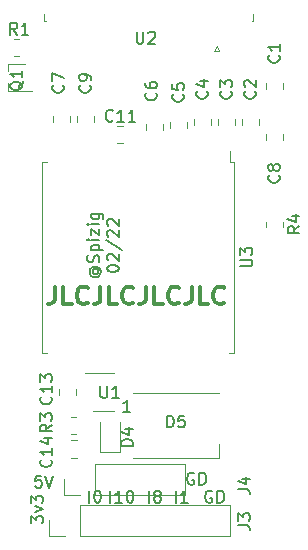
<source format=gbr>
%TF.GenerationSoftware,KiCad,Pcbnew,(5.1.10)-1*%
%TF.CreationDate,2022-01-07T18:41:24+01:00*%
%TF.ProjectId,M5StampC3,4d355374-616d-4704-9333-2e6b69636164,rev?*%
%TF.SameCoordinates,Original*%
%TF.FileFunction,Legend,Top*%
%TF.FilePolarity,Positive*%
%FSLAX46Y46*%
G04 Gerber Fmt 4.6, Leading zero omitted, Abs format (unit mm)*
G04 Created by KiCad (PCBNEW (5.1.10)-1) date 2022-01-07 18:41:25*
%MOMM*%
%LPD*%
G01*
G04 APERTURE LIST*
%ADD10C,0.300000*%
%ADD11C,0.150000*%
%ADD12C,0.120000*%
G04 APERTURE END LIST*
D10*
X118547428Y-63694571D02*
X118547428Y-64766000D01*
X118476000Y-64980285D01*
X118333142Y-65123142D01*
X118118857Y-65194571D01*
X117976000Y-65194571D01*
X119976000Y-65194571D02*
X119261714Y-65194571D01*
X119261714Y-63694571D01*
X121333142Y-65051714D02*
X121261714Y-65123142D01*
X121047428Y-65194571D01*
X120904571Y-65194571D01*
X120690285Y-65123142D01*
X120547428Y-64980285D01*
X120476000Y-64837428D01*
X120404571Y-64551714D01*
X120404571Y-64337428D01*
X120476000Y-64051714D01*
X120547428Y-63908857D01*
X120690285Y-63766000D01*
X120904571Y-63694571D01*
X121047428Y-63694571D01*
X121261714Y-63766000D01*
X121333142Y-63837428D01*
X122404571Y-63694571D02*
X122404571Y-64766000D01*
X122333142Y-64980285D01*
X122190285Y-65123142D01*
X121976000Y-65194571D01*
X121833142Y-65194571D01*
X123833142Y-65194571D02*
X123118857Y-65194571D01*
X123118857Y-63694571D01*
X125190285Y-65051714D02*
X125118857Y-65123142D01*
X124904571Y-65194571D01*
X124761714Y-65194571D01*
X124547428Y-65123142D01*
X124404571Y-64980285D01*
X124333142Y-64837428D01*
X124261714Y-64551714D01*
X124261714Y-64337428D01*
X124333142Y-64051714D01*
X124404571Y-63908857D01*
X124547428Y-63766000D01*
X124761714Y-63694571D01*
X124904571Y-63694571D01*
X125118857Y-63766000D01*
X125190285Y-63837428D01*
X126261714Y-63694571D02*
X126261714Y-64766000D01*
X126190285Y-64980285D01*
X126047428Y-65123142D01*
X125833142Y-65194571D01*
X125690285Y-65194571D01*
X127690285Y-65194571D02*
X126976000Y-65194571D01*
X126976000Y-63694571D01*
X129047428Y-65051714D02*
X128976000Y-65123142D01*
X128761714Y-65194571D01*
X128618857Y-65194571D01*
X128404571Y-65123142D01*
X128261714Y-64980285D01*
X128190285Y-64837428D01*
X128118857Y-64551714D01*
X128118857Y-64337428D01*
X128190285Y-64051714D01*
X128261714Y-63908857D01*
X128404571Y-63766000D01*
X128618857Y-63694571D01*
X128761714Y-63694571D01*
X128976000Y-63766000D01*
X129047428Y-63837428D01*
X130118857Y-63694571D02*
X130118857Y-64766000D01*
X130047428Y-64980285D01*
X129904571Y-65123142D01*
X129690285Y-65194571D01*
X129547428Y-65194571D01*
X131547428Y-65194571D02*
X130833142Y-65194571D01*
X130833142Y-63694571D01*
X132904571Y-65051714D02*
X132833142Y-65123142D01*
X132618857Y-65194571D01*
X132476000Y-65194571D01*
X132261714Y-65123142D01*
X132118857Y-64980285D01*
X132047428Y-64837428D01*
X131976000Y-64551714D01*
X131976000Y-64337428D01*
X132047428Y-64051714D01*
X132118857Y-63908857D01*
X132261714Y-63766000D01*
X132476000Y-63694571D01*
X132618857Y-63694571D01*
X132833142Y-63766000D01*
X132904571Y-63837428D01*
D11*
X130317904Y-79510000D02*
X130222666Y-79462380D01*
X130079809Y-79462380D01*
X129936952Y-79510000D01*
X129841714Y-79605238D01*
X129794095Y-79700476D01*
X129746476Y-79890952D01*
X129746476Y-80033809D01*
X129794095Y-80224285D01*
X129841714Y-80319523D01*
X129936952Y-80414761D01*
X130079809Y-80462380D01*
X130175047Y-80462380D01*
X130317904Y-80414761D01*
X130365523Y-80367142D01*
X130365523Y-80033809D01*
X130175047Y-80033809D01*
X130794095Y-80462380D02*
X130794095Y-79462380D01*
X131032190Y-79462380D01*
X131175047Y-79510000D01*
X131270285Y-79605238D01*
X131317904Y-79700476D01*
X131365523Y-79890952D01*
X131365523Y-80033809D01*
X131317904Y-80224285D01*
X131270285Y-80319523D01*
X131175047Y-80414761D01*
X131032190Y-80462380D01*
X130794095Y-80462380D01*
X117411523Y-79716380D02*
X116935333Y-79716380D01*
X116887714Y-80192571D01*
X116935333Y-80144952D01*
X117030571Y-80097333D01*
X117268666Y-80097333D01*
X117363904Y-80144952D01*
X117411523Y-80192571D01*
X117459142Y-80287809D01*
X117459142Y-80525904D01*
X117411523Y-80621142D01*
X117363904Y-80668761D01*
X117268666Y-80716380D01*
X117030571Y-80716380D01*
X116935333Y-80668761D01*
X116887714Y-80621142D01*
X117744857Y-79716380D02*
X118078190Y-80716380D01*
X118411523Y-79716380D01*
X131841904Y-81034000D02*
X131746666Y-80986380D01*
X131603809Y-80986380D01*
X131460952Y-81034000D01*
X131365714Y-81129238D01*
X131318095Y-81224476D01*
X131270476Y-81414952D01*
X131270476Y-81557809D01*
X131318095Y-81748285D01*
X131365714Y-81843523D01*
X131460952Y-81938761D01*
X131603809Y-81986380D01*
X131699047Y-81986380D01*
X131841904Y-81938761D01*
X131889523Y-81891142D01*
X131889523Y-81557809D01*
X131699047Y-81557809D01*
X132318095Y-81986380D02*
X132318095Y-80986380D01*
X132556190Y-80986380D01*
X132699047Y-81034000D01*
X132794285Y-81129238D01*
X132841904Y-81224476D01*
X132889523Y-81414952D01*
X132889523Y-81557809D01*
X132841904Y-81748285D01*
X132794285Y-81843523D01*
X132699047Y-81938761D01*
X132556190Y-81986380D01*
X132318095Y-81986380D01*
X128809809Y-81986380D02*
X128809809Y-80986380D01*
X129809809Y-81986380D02*
X129238380Y-81986380D01*
X129524095Y-81986380D02*
X129524095Y-80986380D01*
X129428857Y-81129238D01*
X129333619Y-81224476D01*
X129238380Y-81272095D01*
X126523809Y-81986380D02*
X126523809Y-80986380D01*
X127142857Y-81414952D02*
X127047619Y-81367333D01*
X127000000Y-81319714D01*
X126952380Y-81224476D01*
X126952380Y-81176857D01*
X127000000Y-81081619D01*
X127047619Y-81034000D01*
X127142857Y-80986380D01*
X127333333Y-80986380D01*
X127428571Y-81034000D01*
X127476190Y-81081619D01*
X127523809Y-81176857D01*
X127523809Y-81224476D01*
X127476190Y-81319714D01*
X127428571Y-81367333D01*
X127333333Y-81414952D01*
X127142857Y-81414952D01*
X127047619Y-81462571D01*
X127000000Y-81510190D01*
X126952380Y-81605428D01*
X126952380Y-81795904D01*
X127000000Y-81891142D01*
X127047619Y-81938761D01*
X127142857Y-81986380D01*
X127333333Y-81986380D01*
X127428571Y-81938761D01*
X127476190Y-81891142D01*
X127523809Y-81795904D01*
X127523809Y-81605428D01*
X127476190Y-81510190D01*
X127428571Y-81462571D01*
X127333333Y-81414952D01*
X123253619Y-81986380D02*
X123253619Y-80986380D01*
X124253619Y-81986380D02*
X123682190Y-81986380D01*
X123967904Y-81986380D02*
X123967904Y-80986380D01*
X123872666Y-81129238D01*
X123777428Y-81224476D01*
X123682190Y-81272095D01*
X124872666Y-80986380D02*
X124967904Y-80986380D01*
X125063142Y-81034000D01*
X125110761Y-81081619D01*
X125158380Y-81176857D01*
X125206000Y-81367333D01*
X125206000Y-81605428D01*
X125158380Y-81795904D01*
X125110761Y-81891142D01*
X125063142Y-81938761D01*
X124967904Y-81986380D01*
X124872666Y-81986380D01*
X124777428Y-81938761D01*
X124729809Y-81891142D01*
X124682190Y-81795904D01*
X124634571Y-81605428D01*
X124634571Y-81367333D01*
X124682190Y-81176857D01*
X124729809Y-81081619D01*
X124777428Y-81034000D01*
X124872666Y-80986380D01*
X121443809Y-81986380D02*
X121443809Y-80986380D01*
X122110476Y-80986380D02*
X122205714Y-80986380D01*
X122300952Y-81034000D01*
X122348571Y-81081619D01*
X122396190Y-81176857D01*
X122443809Y-81367333D01*
X122443809Y-81605428D01*
X122396190Y-81795904D01*
X122348571Y-81891142D01*
X122300952Y-81938761D01*
X122205714Y-81986380D01*
X122110476Y-81986380D01*
X122015238Y-81938761D01*
X121967619Y-81891142D01*
X121920000Y-81795904D01*
X121872380Y-81605428D01*
X121872380Y-81367333D01*
X121920000Y-81176857D01*
X121967619Y-81081619D01*
X122015238Y-81034000D01*
X122110476Y-80986380D01*
X116546380Y-83740476D02*
X116546380Y-83121428D01*
X116927333Y-83454761D01*
X116927333Y-83311904D01*
X116974952Y-83216666D01*
X117022571Y-83169047D01*
X117117809Y-83121428D01*
X117355904Y-83121428D01*
X117451142Y-83169047D01*
X117498761Y-83216666D01*
X117546380Y-83311904D01*
X117546380Y-83597619D01*
X117498761Y-83692857D01*
X117451142Y-83740476D01*
X116879714Y-82788095D02*
X117546380Y-82550000D01*
X116879714Y-82311904D01*
X116546380Y-82026190D02*
X116546380Y-81407142D01*
X116927333Y-81740476D01*
X116927333Y-81597619D01*
X116974952Y-81502380D01*
X117022571Y-81454761D01*
X117117809Y-81407142D01*
X117355904Y-81407142D01*
X117451142Y-81454761D01*
X117498761Y-81502380D01*
X117546380Y-81597619D01*
X117546380Y-81883333D01*
X117498761Y-81978571D01*
X117451142Y-82026190D01*
X121833190Y-62245619D02*
X121785571Y-62293238D01*
X121737952Y-62388476D01*
X121737952Y-62483714D01*
X121785571Y-62578952D01*
X121833190Y-62626571D01*
X121928428Y-62674190D01*
X122023666Y-62674190D01*
X122118904Y-62626571D01*
X122166523Y-62578952D01*
X122214142Y-62483714D01*
X122214142Y-62388476D01*
X122166523Y-62293238D01*
X122118904Y-62245619D01*
X121737952Y-62245619D02*
X122118904Y-62245619D01*
X122166523Y-62198000D01*
X122166523Y-62150380D01*
X122118904Y-62055142D01*
X122023666Y-62007523D01*
X121785571Y-62007523D01*
X121642714Y-62102761D01*
X121547476Y-62245619D01*
X121499857Y-62436095D01*
X121547476Y-62626571D01*
X121642714Y-62769428D01*
X121785571Y-62864666D01*
X121976047Y-62912285D01*
X122166523Y-62864666D01*
X122309380Y-62769428D01*
X122404619Y-62626571D01*
X122452238Y-62436095D01*
X122404619Y-62245619D01*
X122309380Y-62102761D01*
X122261761Y-61626571D02*
X122309380Y-61483714D01*
X122309380Y-61245619D01*
X122261761Y-61150380D01*
X122214142Y-61102761D01*
X122118904Y-61055142D01*
X122023666Y-61055142D01*
X121928428Y-61102761D01*
X121880809Y-61150380D01*
X121833190Y-61245619D01*
X121785571Y-61436095D01*
X121737952Y-61531333D01*
X121690333Y-61578952D01*
X121595095Y-61626571D01*
X121499857Y-61626571D01*
X121404619Y-61578952D01*
X121357000Y-61531333D01*
X121309380Y-61436095D01*
X121309380Y-61198000D01*
X121357000Y-61055142D01*
X121642714Y-60626571D02*
X122642714Y-60626571D01*
X121690333Y-60626571D02*
X121642714Y-60531333D01*
X121642714Y-60340857D01*
X121690333Y-60245619D01*
X121737952Y-60198000D01*
X121833190Y-60150380D01*
X122118904Y-60150380D01*
X122214142Y-60198000D01*
X122261761Y-60245619D01*
X122309380Y-60340857D01*
X122309380Y-60531333D01*
X122261761Y-60626571D01*
X122309380Y-59721809D02*
X121642714Y-59721809D01*
X121309380Y-59721809D02*
X121357000Y-59769428D01*
X121404619Y-59721809D01*
X121357000Y-59674190D01*
X121309380Y-59721809D01*
X121404619Y-59721809D01*
X121642714Y-59340857D02*
X121642714Y-58817047D01*
X122309380Y-59340857D01*
X122309380Y-58817047D01*
X122309380Y-58436095D02*
X121642714Y-58436095D01*
X121309380Y-58436095D02*
X121357000Y-58483714D01*
X121404619Y-58436095D01*
X121357000Y-58388476D01*
X121309380Y-58436095D01*
X121404619Y-58436095D01*
X121642714Y-57531333D02*
X122452238Y-57531333D01*
X122547476Y-57578952D01*
X122595095Y-57626571D01*
X122642714Y-57721809D01*
X122642714Y-57864666D01*
X122595095Y-57959904D01*
X122261761Y-57531333D02*
X122309380Y-57626571D01*
X122309380Y-57817047D01*
X122261761Y-57912285D01*
X122214142Y-57959904D01*
X122118904Y-58007523D01*
X121833190Y-58007523D01*
X121737952Y-57959904D01*
X121690333Y-57912285D01*
X121642714Y-57817047D01*
X121642714Y-57626571D01*
X121690333Y-57531333D01*
X122959380Y-62198000D02*
X122959380Y-62102761D01*
X123007000Y-62007523D01*
X123054619Y-61959904D01*
X123149857Y-61912285D01*
X123340333Y-61864666D01*
X123578428Y-61864666D01*
X123768904Y-61912285D01*
X123864142Y-61959904D01*
X123911761Y-62007523D01*
X123959380Y-62102761D01*
X123959380Y-62198000D01*
X123911761Y-62293238D01*
X123864142Y-62340857D01*
X123768904Y-62388476D01*
X123578428Y-62436095D01*
X123340333Y-62436095D01*
X123149857Y-62388476D01*
X123054619Y-62340857D01*
X123007000Y-62293238D01*
X122959380Y-62198000D01*
X123054619Y-61483714D02*
X123007000Y-61436095D01*
X122959380Y-61340857D01*
X122959380Y-61102761D01*
X123007000Y-61007523D01*
X123054619Y-60959904D01*
X123149857Y-60912285D01*
X123245095Y-60912285D01*
X123387952Y-60959904D01*
X123959380Y-61531333D01*
X123959380Y-60912285D01*
X122911761Y-59769428D02*
X124197476Y-60626571D01*
X123054619Y-59483714D02*
X123007000Y-59436095D01*
X122959380Y-59340857D01*
X122959380Y-59102761D01*
X123007000Y-59007523D01*
X123054619Y-58959904D01*
X123149857Y-58912285D01*
X123245095Y-58912285D01*
X123387952Y-58959904D01*
X123959380Y-59531333D01*
X123959380Y-58912285D01*
X123054619Y-58531333D02*
X123007000Y-58483714D01*
X122959380Y-58388476D01*
X122959380Y-58150380D01*
X123007000Y-58055142D01*
X123054619Y-58007523D01*
X123149857Y-57959904D01*
X123245095Y-57959904D01*
X123387952Y-58007523D01*
X123959380Y-58578952D01*
X123959380Y-57959904D01*
D12*
%TO.C,D4*%
X122340000Y-77700000D02*
X122340000Y-75150000D01*
X124040000Y-77700000D02*
X124040000Y-75150000D01*
X122340000Y-77700000D02*
X124040000Y-77700000D01*
%TO.C,U3*%
X133700000Y-53114000D02*
X133700000Y-69314000D01*
X133700000Y-69314000D02*
X133300000Y-69314000D01*
X117900000Y-53114000D02*
X117500000Y-53114000D01*
X117500000Y-53114000D02*
X117500000Y-69314000D01*
X117500000Y-69314000D02*
X117900000Y-69314000D01*
X133700000Y-53114000D02*
X133350000Y-53114000D01*
X133350000Y-53114000D02*
X133350000Y-52214000D01*
%TO.C,R4*%
X136425000Y-58192936D02*
X136425000Y-58647064D01*
X137895000Y-58192936D02*
X137895000Y-58647064D01*
%TO.C,D5*%
X125128000Y-72688000D02*
X132428000Y-72688000D01*
X125128000Y-78188000D02*
X132428000Y-78188000D01*
X132428000Y-78188000D02*
X132428000Y-77038000D01*
%TO.C,J4*%
X129600000Y-81340000D02*
X129600000Y-78680000D01*
X121920000Y-81340000D02*
X129600000Y-81340000D01*
X121920000Y-78680000D02*
X129600000Y-78680000D01*
X121920000Y-81340000D02*
X121920000Y-78680000D01*
X120650000Y-81340000D02*
X119320000Y-81340000D01*
X119320000Y-81340000D02*
X119320000Y-80010000D01*
%TO.C,U1*%
X121782000Y-74254000D02*
X123582000Y-74254000D01*
X123582000Y-71034000D02*
X121132000Y-71034000D01*
%TO.C,R3*%
X119914936Y-74745000D02*
X120369064Y-74745000D01*
X119914936Y-76215000D02*
X120369064Y-76215000D01*
%TO.C,C14*%
X120403252Y-78185000D02*
X119880748Y-78185000D01*
X120403252Y-76715000D02*
X119880748Y-76715000D01*
%TO.C,C13*%
X120369000Y-72382748D02*
X120369000Y-72905252D01*
X118899000Y-72382748D02*
X118899000Y-72905252D01*
%TO.C,J3*%
X118050000Y-84830000D02*
X118050000Y-83500000D01*
X119380000Y-84830000D02*
X118050000Y-84830000D01*
X120650000Y-84830000D02*
X120650000Y-82170000D01*
X120650000Y-82170000D02*
X133410000Y-82170000D01*
X120650000Y-84830000D02*
X133410000Y-84830000D01*
X133410000Y-84830000D02*
X133410000Y-82170000D01*
%TO.C,U2*%
X135207000Y-41180000D02*
X135317000Y-41180000D01*
X135317000Y-41180000D02*
X135317000Y-40580000D01*
X117777000Y-41180000D02*
X117667000Y-41180000D01*
X117667000Y-41180000D02*
X117667000Y-40580000D01*
X132442000Y-43770000D02*
X132242000Y-43370000D01*
X132242000Y-43370000D02*
X132042000Y-43770000D01*
X132042000Y-43770000D02*
X132442000Y-43770000D01*
%TO.C,Q1*%
X114586000Y-45474000D02*
X114586000Y-44814000D01*
X114586000Y-47134000D02*
X114586000Y-46474000D01*
X114586000Y-47134000D02*
X116616000Y-47134000D01*
X115996000Y-44814000D02*
X114586000Y-44814000D01*
%TO.C,R1*%
X115088936Y-42699000D02*
X115543064Y-42699000D01*
X115088936Y-44169000D02*
X115543064Y-44169000D01*
%TO.C,C9*%
X120423000Y-49791252D02*
X120423000Y-49268748D01*
X121893000Y-49791252D02*
X121893000Y-49268748D01*
%TO.C,C6*%
X126265000Y-50441252D02*
X126265000Y-49918748D01*
X127735000Y-50441252D02*
X127735000Y-49918748D01*
%TO.C,C4*%
X130329000Y-50045252D02*
X130329000Y-49522748D01*
X131799000Y-50045252D02*
X131799000Y-49522748D01*
%TO.C,C2*%
X134393000Y-50045252D02*
X134393000Y-49522748D01*
X135863000Y-50045252D02*
X135863000Y-49522748D01*
%TO.C,C7*%
X118391000Y-49791252D02*
X118391000Y-49268748D01*
X119861000Y-49791252D02*
X119861000Y-49268748D01*
%TO.C,C8*%
X137895000Y-50792748D02*
X137895000Y-51315252D01*
X136425000Y-50792748D02*
X136425000Y-51315252D01*
%TO.C,C11*%
X123838748Y-50065000D02*
X124361252Y-50065000D01*
X123838748Y-51535000D02*
X124361252Y-51535000D01*
%TO.C,C5*%
X129767000Y-50299252D02*
X129767000Y-49776748D01*
X128297000Y-50299252D02*
X128297000Y-49776748D01*
%TO.C,C3*%
X132361000Y-50045252D02*
X132361000Y-49522748D01*
X133831000Y-50045252D02*
X133831000Y-49522748D01*
%TO.C,C1*%
X136425000Y-46997252D02*
X136425000Y-46474748D01*
X137895000Y-46997252D02*
X137895000Y-46474748D01*
%TO.C,D4*%
D11*
X125166380Y-77192095D02*
X124166380Y-77192095D01*
X124166380Y-76954000D01*
X124214000Y-76811142D01*
X124309238Y-76715904D01*
X124404476Y-76668285D01*
X124594952Y-76620666D01*
X124737809Y-76620666D01*
X124928285Y-76668285D01*
X125023523Y-76715904D01*
X125118761Y-76811142D01*
X125166380Y-76954000D01*
X125166380Y-77192095D01*
X124499714Y-75763523D02*
X125166380Y-75763523D01*
X124118761Y-76001619D02*
X124833047Y-76239714D01*
X124833047Y-75620666D01*
%TO.C,U3*%
X134252380Y-61975904D02*
X135061904Y-61975904D01*
X135157142Y-61928285D01*
X135204761Y-61880666D01*
X135252380Y-61785428D01*
X135252380Y-61594952D01*
X135204761Y-61499714D01*
X135157142Y-61452095D01*
X135061904Y-61404476D01*
X134252380Y-61404476D01*
X134252380Y-61023523D02*
X134252380Y-60404476D01*
X134633333Y-60737809D01*
X134633333Y-60594952D01*
X134680952Y-60499714D01*
X134728571Y-60452095D01*
X134823809Y-60404476D01*
X135061904Y-60404476D01*
X135157142Y-60452095D01*
X135204761Y-60499714D01*
X135252380Y-60594952D01*
X135252380Y-60880666D01*
X135204761Y-60975904D01*
X135157142Y-61023523D01*
%TO.C,R4*%
X139262380Y-58586666D02*
X138786190Y-58920000D01*
X139262380Y-59158095D02*
X138262380Y-59158095D01*
X138262380Y-58777142D01*
X138310000Y-58681904D01*
X138357619Y-58634285D01*
X138452857Y-58586666D01*
X138595714Y-58586666D01*
X138690952Y-58634285D01*
X138738571Y-58681904D01*
X138786190Y-58777142D01*
X138786190Y-59158095D01*
X138595714Y-57729523D02*
X139262380Y-57729523D01*
X138214761Y-57967619D02*
X138929047Y-58205714D01*
X138929047Y-57586666D01*
%TO.C,D5*%
X128039904Y-75620379D02*
X128039904Y-74620379D01*
X128278000Y-74620379D01*
X128420857Y-74667999D01*
X128516095Y-74763237D01*
X128563714Y-74858475D01*
X128611333Y-75048951D01*
X128611333Y-75191808D01*
X128563714Y-75382284D01*
X128516095Y-75477522D01*
X128420857Y-75572760D01*
X128278000Y-75620379D01*
X128039904Y-75620379D01*
X129516095Y-74620379D02*
X129039904Y-74620379D01*
X128992285Y-75096570D01*
X129039904Y-75048951D01*
X129135142Y-75001332D01*
X129373238Y-75001332D01*
X129468476Y-75048951D01*
X129516095Y-75096570D01*
X129563714Y-75191808D01*
X129563714Y-75429903D01*
X129516095Y-75525141D01*
X129468476Y-75572760D01*
X129373238Y-75620379D01*
X129135142Y-75620379D01*
X129039904Y-75572760D01*
X128992285Y-75525141D01*
X124913714Y-74290380D02*
X124342285Y-74290380D01*
X124628000Y-74290380D02*
X124628000Y-73290380D01*
X124532761Y-73433238D01*
X124437523Y-73528476D01*
X124342285Y-73576095D01*
%TO.C,J4*%
X134072380Y-80851333D02*
X134786666Y-80851333D01*
X134929523Y-80898952D01*
X135024761Y-80994190D01*
X135072380Y-81137047D01*
X135072380Y-81232285D01*
X134405714Y-79946571D02*
X135072380Y-79946571D01*
X134024761Y-80184666D02*
X134739047Y-80422761D01*
X134739047Y-79803714D01*
%TO.C,U1*%
X122408095Y-72116380D02*
X122408095Y-72925904D01*
X122455714Y-73021142D01*
X122503333Y-73068761D01*
X122598571Y-73116380D01*
X122789047Y-73116380D01*
X122884285Y-73068761D01*
X122931904Y-73021142D01*
X122979523Y-72925904D01*
X122979523Y-72116380D01*
X123979523Y-73116380D02*
X123408095Y-73116380D01*
X123693809Y-73116380D02*
X123693809Y-72116380D01*
X123598571Y-72259238D01*
X123503333Y-72354476D01*
X123408095Y-72402095D01*
%TO.C,R3*%
X118308380Y-75392666D02*
X117832190Y-75726000D01*
X118308380Y-75964095D02*
X117308380Y-75964095D01*
X117308380Y-75583142D01*
X117356000Y-75487904D01*
X117403619Y-75440285D01*
X117498857Y-75392666D01*
X117641714Y-75392666D01*
X117736952Y-75440285D01*
X117784571Y-75487904D01*
X117832190Y-75583142D01*
X117832190Y-75964095D01*
X117308380Y-75059333D02*
X117308380Y-74440285D01*
X117689333Y-74773619D01*
X117689333Y-74630761D01*
X117736952Y-74535523D01*
X117784571Y-74487904D01*
X117879809Y-74440285D01*
X118117904Y-74440285D01*
X118213142Y-74487904D01*
X118260761Y-74535523D01*
X118308380Y-74630761D01*
X118308380Y-74916476D01*
X118260761Y-75011714D01*
X118213142Y-75059333D01*
%TO.C,C14*%
X118213142Y-78346857D02*
X118260761Y-78394476D01*
X118308380Y-78537333D01*
X118308380Y-78632571D01*
X118260761Y-78775428D01*
X118165523Y-78870666D01*
X118070285Y-78918285D01*
X117879809Y-78965904D01*
X117736952Y-78965904D01*
X117546476Y-78918285D01*
X117451238Y-78870666D01*
X117356000Y-78775428D01*
X117308380Y-78632571D01*
X117308380Y-78537333D01*
X117356000Y-78394476D01*
X117403619Y-78346857D01*
X118308380Y-77394476D02*
X118308380Y-77965904D01*
X118308380Y-77680190D02*
X117308380Y-77680190D01*
X117451238Y-77775428D01*
X117546476Y-77870666D01*
X117594095Y-77965904D01*
X117641714Y-76537333D02*
X118308380Y-76537333D01*
X117260761Y-76775428D02*
X117975047Y-77013523D01*
X117975047Y-76394476D01*
%TO.C,C13*%
X118213142Y-73032857D02*
X118260761Y-73080476D01*
X118308380Y-73223333D01*
X118308380Y-73318571D01*
X118260761Y-73461428D01*
X118165523Y-73556666D01*
X118070285Y-73604285D01*
X117879809Y-73651904D01*
X117736952Y-73651904D01*
X117546476Y-73604285D01*
X117451238Y-73556666D01*
X117356000Y-73461428D01*
X117308380Y-73318571D01*
X117308380Y-73223333D01*
X117356000Y-73080476D01*
X117403619Y-73032857D01*
X118308380Y-72080476D02*
X118308380Y-72651904D01*
X118308380Y-72366190D02*
X117308380Y-72366190D01*
X117451238Y-72461428D01*
X117546476Y-72556666D01*
X117594095Y-72651904D01*
X117308380Y-71747142D02*
X117308380Y-71128095D01*
X117689333Y-71461428D01*
X117689333Y-71318571D01*
X117736952Y-71223333D01*
X117784571Y-71175714D01*
X117879809Y-71128095D01*
X118117904Y-71128095D01*
X118213142Y-71175714D01*
X118260761Y-71223333D01*
X118308380Y-71318571D01*
X118308380Y-71604285D01*
X118260761Y-71699523D01*
X118213142Y-71747142D01*
%TO.C,J3*%
X134072380Y-83899333D02*
X134786666Y-83899333D01*
X134929523Y-83946952D01*
X135024761Y-84042190D01*
X135072380Y-84185047D01*
X135072380Y-84280285D01*
X134072380Y-83518380D02*
X134072380Y-82899333D01*
X134453333Y-83232666D01*
X134453333Y-83089809D01*
X134500952Y-82994571D01*
X134548571Y-82946952D01*
X134643809Y-82899333D01*
X134881904Y-82899333D01*
X134977142Y-82946952D01*
X135024761Y-82994571D01*
X135072380Y-83089809D01*
X135072380Y-83375523D01*
X135024761Y-83470761D01*
X134977142Y-83518380D01*
%TO.C,U2*%
X125476095Y-42124380D02*
X125476095Y-42933904D01*
X125523714Y-43029142D01*
X125571333Y-43076761D01*
X125666571Y-43124380D01*
X125857047Y-43124380D01*
X125952285Y-43076761D01*
X125999904Y-43029142D01*
X126047523Y-42933904D01*
X126047523Y-42124380D01*
X126476095Y-42219619D02*
X126523714Y-42172000D01*
X126618952Y-42124380D01*
X126857047Y-42124380D01*
X126952285Y-42172000D01*
X126999904Y-42219619D01*
X127047523Y-42314857D01*
X127047523Y-42410095D01*
X126999904Y-42552952D01*
X126428476Y-43124380D01*
X127047523Y-43124380D01*
%TO.C,Q1*%
X115863619Y-46323238D02*
X115816000Y-46418476D01*
X115720761Y-46513714D01*
X115577904Y-46656571D01*
X115530285Y-46751809D01*
X115530285Y-46847047D01*
X115768380Y-46799428D02*
X115720761Y-46894666D01*
X115625523Y-46989904D01*
X115435047Y-47037523D01*
X115101714Y-47037523D01*
X114911238Y-46989904D01*
X114816000Y-46894666D01*
X114768380Y-46799428D01*
X114768380Y-46608952D01*
X114816000Y-46513714D01*
X114911238Y-46418476D01*
X115101714Y-46370857D01*
X115435047Y-46370857D01*
X115625523Y-46418476D01*
X115720761Y-46513714D01*
X115768380Y-46608952D01*
X115768380Y-46799428D01*
X115768380Y-45418476D02*
X115768380Y-45989904D01*
X115768380Y-45704190D02*
X114768380Y-45704190D01*
X114911238Y-45799428D01*
X115006476Y-45894666D01*
X115054095Y-45989904D01*
%TO.C,R1*%
X115363333Y-42362380D02*
X115030000Y-41886190D01*
X114791904Y-42362380D02*
X114791904Y-41362380D01*
X115172857Y-41362380D01*
X115268095Y-41410000D01*
X115315714Y-41457619D01*
X115363333Y-41552857D01*
X115363333Y-41695714D01*
X115315714Y-41790952D01*
X115268095Y-41838571D01*
X115172857Y-41886190D01*
X114791904Y-41886190D01*
X116315714Y-42362380D02*
X115744285Y-42362380D01*
X116030000Y-42362380D02*
X116030000Y-41362380D01*
X115934761Y-41505238D01*
X115839523Y-41600476D01*
X115744285Y-41648095D01*
%TO.C,C9*%
X121515142Y-46648666D02*
X121562761Y-46696285D01*
X121610380Y-46839142D01*
X121610380Y-46934380D01*
X121562761Y-47077238D01*
X121467523Y-47172476D01*
X121372285Y-47220095D01*
X121181809Y-47267714D01*
X121038952Y-47267714D01*
X120848476Y-47220095D01*
X120753238Y-47172476D01*
X120658000Y-47077238D01*
X120610380Y-46934380D01*
X120610380Y-46839142D01*
X120658000Y-46696285D01*
X120705619Y-46648666D01*
X121610380Y-46172476D02*
X121610380Y-45982000D01*
X121562761Y-45886761D01*
X121515142Y-45839142D01*
X121372285Y-45743904D01*
X121181809Y-45696285D01*
X120800857Y-45696285D01*
X120705619Y-45743904D01*
X120658000Y-45791523D01*
X120610380Y-45886761D01*
X120610380Y-46077238D01*
X120658000Y-46172476D01*
X120705619Y-46220095D01*
X120800857Y-46267714D01*
X121038952Y-46267714D01*
X121134190Y-46220095D01*
X121181809Y-46172476D01*
X121229428Y-46077238D01*
X121229428Y-45886761D01*
X121181809Y-45791523D01*
X121134190Y-45743904D01*
X121038952Y-45696285D01*
%TO.C,C6*%
X127103142Y-47298666D02*
X127150761Y-47346285D01*
X127198380Y-47489142D01*
X127198380Y-47584380D01*
X127150761Y-47727238D01*
X127055523Y-47822476D01*
X126960285Y-47870095D01*
X126769809Y-47917714D01*
X126626952Y-47917714D01*
X126436476Y-47870095D01*
X126341238Y-47822476D01*
X126246000Y-47727238D01*
X126198380Y-47584380D01*
X126198380Y-47489142D01*
X126246000Y-47346285D01*
X126293619Y-47298666D01*
X126198380Y-46441523D02*
X126198380Y-46632000D01*
X126246000Y-46727238D01*
X126293619Y-46774857D01*
X126436476Y-46870095D01*
X126626952Y-46917714D01*
X127007904Y-46917714D01*
X127103142Y-46870095D01*
X127150761Y-46822476D01*
X127198380Y-46727238D01*
X127198380Y-46536761D01*
X127150761Y-46441523D01*
X127103142Y-46393904D01*
X127007904Y-46346285D01*
X126769809Y-46346285D01*
X126674571Y-46393904D01*
X126626952Y-46441523D01*
X126579333Y-46536761D01*
X126579333Y-46727238D01*
X126626952Y-46822476D01*
X126674571Y-46870095D01*
X126769809Y-46917714D01*
%TO.C,C4*%
X131421142Y-47156666D02*
X131468761Y-47204285D01*
X131516380Y-47347142D01*
X131516380Y-47442380D01*
X131468761Y-47585238D01*
X131373523Y-47680476D01*
X131278285Y-47728095D01*
X131087809Y-47775714D01*
X130944952Y-47775714D01*
X130754476Y-47728095D01*
X130659238Y-47680476D01*
X130564000Y-47585238D01*
X130516380Y-47442380D01*
X130516380Y-47347142D01*
X130564000Y-47204285D01*
X130611619Y-47156666D01*
X130849714Y-46299523D02*
X131516380Y-46299523D01*
X130468761Y-46537619D02*
X131183047Y-46775714D01*
X131183047Y-46156666D01*
%TO.C,C2*%
X135485142Y-47156666D02*
X135532761Y-47204285D01*
X135580380Y-47347142D01*
X135580380Y-47442380D01*
X135532761Y-47585238D01*
X135437523Y-47680476D01*
X135342285Y-47728095D01*
X135151809Y-47775714D01*
X135008952Y-47775714D01*
X134818476Y-47728095D01*
X134723238Y-47680476D01*
X134628000Y-47585238D01*
X134580380Y-47442380D01*
X134580380Y-47347142D01*
X134628000Y-47204285D01*
X134675619Y-47156666D01*
X134675619Y-46775714D02*
X134628000Y-46728095D01*
X134580380Y-46632857D01*
X134580380Y-46394761D01*
X134628000Y-46299523D01*
X134675619Y-46251904D01*
X134770857Y-46204285D01*
X134866095Y-46204285D01*
X135008952Y-46251904D01*
X135580380Y-46823333D01*
X135580380Y-46204285D01*
%TO.C,C7*%
X119229142Y-46648666D02*
X119276761Y-46696285D01*
X119324380Y-46839142D01*
X119324380Y-46934380D01*
X119276761Y-47077238D01*
X119181523Y-47172476D01*
X119086285Y-47220095D01*
X118895809Y-47267714D01*
X118752952Y-47267714D01*
X118562476Y-47220095D01*
X118467238Y-47172476D01*
X118372000Y-47077238D01*
X118324380Y-46934380D01*
X118324380Y-46839142D01*
X118372000Y-46696285D01*
X118419619Y-46648666D01*
X118324380Y-46315333D02*
X118324380Y-45648666D01*
X119324380Y-46077238D01*
%TO.C,C8*%
X137517142Y-54268666D02*
X137564761Y-54316285D01*
X137612380Y-54459142D01*
X137612380Y-54554380D01*
X137564761Y-54697238D01*
X137469523Y-54792476D01*
X137374285Y-54840095D01*
X137183809Y-54887714D01*
X137040952Y-54887714D01*
X136850476Y-54840095D01*
X136755238Y-54792476D01*
X136660000Y-54697238D01*
X136612380Y-54554380D01*
X136612380Y-54459142D01*
X136660000Y-54316285D01*
X136707619Y-54268666D01*
X137040952Y-53697238D02*
X136993333Y-53792476D01*
X136945714Y-53840095D01*
X136850476Y-53887714D01*
X136802857Y-53887714D01*
X136707619Y-53840095D01*
X136660000Y-53792476D01*
X136612380Y-53697238D01*
X136612380Y-53506761D01*
X136660000Y-53411523D01*
X136707619Y-53363904D01*
X136802857Y-53316285D01*
X136850476Y-53316285D01*
X136945714Y-53363904D01*
X136993333Y-53411523D01*
X137040952Y-53506761D01*
X137040952Y-53697238D01*
X137088571Y-53792476D01*
X137136190Y-53840095D01*
X137231428Y-53887714D01*
X137421904Y-53887714D01*
X137517142Y-53840095D01*
X137564761Y-53792476D01*
X137612380Y-53697238D01*
X137612380Y-53506761D01*
X137564761Y-53411523D01*
X137517142Y-53363904D01*
X137421904Y-53316285D01*
X137231428Y-53316285D01*
X137136190Y-53363904D01*
X137088571Y-53411523D01*
X137040952Y-53506761D01*
%TO.C,C11*%
X123457142Y-49633142D02*
X123409523Y-49680761D01*
X123266666Y-49728380D01*
X123171428Y-49728380D01*
X123028571Y-49680761D01*
X122933333Y-49585523D01*
X122885714Y-49490285D01*
X122838095Y-49299809D01*
X122838095Y-49156952D01*
X122885714Y-48966476D01*
X122933333Y-48871238D01*
X123028571Y-48776000D01*
X123171428Y-48728380D01*
X123266666Y-48728380D01*
X123409523Y-48776000D01*
X123457142Y-48823619D01*
X124409523Y-49728380D02*
X123838095Y-49728380D01*
X124123809Y-49728380D02*
X124123809Y-48728380D01*
X124028571Y-48871238D01*
X123933333Y-48966476D01*
X123838095Y-49014095D01*
X125361904Y-49728380D02*
X124790476Y-49728380D01*
X125076190Y-49728380D02*
X125076190Y-48728380D01*
X124980952Y-48871238D01*
X124885714Y-48966476D01*
X124790476Y-49014095D01*
%TO.C,C5*%
X129389142Y-47410666D02*
X129436761Y-47458285D01*
X129484380Y-47601142D01*
X129484380Y-47696380D01*
X129436761Y-47839238D01*
X129341523Y-47934476D01*
X129246285Y-47982095D01*
X129055809Y-48029714D01*
X128912952Y-48029714D01*
X128722476Y-47982095D01*
X128627238Y-47934476D01*
X128532000Y-47839238D01*
X128484380Y-47696380D01*
X128484380Y-47601142D01*
X128532000Y-47458285D01*
X128579619Y-47410666D01*
X128484380Y-46505904D02*
X128484380Y-46982095D01*
X128960571Y-47029714D01*
X128912952Y-46982095D01*
X128865333Y-46886857D01*
X128865333Y-46648761D01*
X128912952Y-46553523D01*
X128960571Y-46505904D01*
X129055809Y-46458285D01*
X129293904Y-46458285D01*
X129389142Y-46505904D01*
X129436761Y-46553523D01*
X129484380Y-46648761D01*
X129484380Y-46886857D01*
X129436761Y-46982095D01*
X129389142Y-47029714D01*
%TO.C,C3*%
X133453142Y-47156666D02*
X133500761Y-47204285D01*
X133548380Y-47347142D01*
X133548380Y-47442380D01*
X133500761Y-47585238D01*
X133405523Y-47680476D01*
X133310285Y-47728095D01*
X133119809Y-47775714D01*
X132976952Y-47775714D01*
X132786476Y-47728095D01*
X132691238Y-47680476D01*
X132596000Y-47585238D01*
X132548380Y-47442380D01*
X132548380Y-47347142D01*
X132596000Y-47204285D01*
X132643619Y-47156666D01*
X132548380Y-46823333D02*
X132548380Y-46204285D01*
X132929333Y-46537619D01*
X132929333Y-46394761D01*
X132976952Y-46299523D01*
X133024571Y-46251904D01*
X133119809Y-46204285D01*
X133357904Y-46204285D01*
X133453142Y-46251904D01*
X133500761Y-46299523D01*
X133548380Y-46394761D01*
X133548380Y-46680476D01*
X133500761Y-46775714D01*
X133453142Y-46823333D01*
%TO.C,C1*%
X137517142Y-44108666D02*
X137564761Y-44156285D01*
X137612380Y-44299142D01*
X137612380Y-44394380D01*
X137564761Y-44537238D01*
X137469523Y-44632476D01*
X137374285Y-44680095D01*
X137183809Y-44727714D01*
X137040952Y-44727714D01*
X136850476Y-44680095D01*
X136755238Y-44632476D01*
X136660000Y-44537238D01*
X136612380Y-44394380D01*
X136612380Y-44299142D01*
X136660000Y-44156285D01*
X136707619Y-44108666D01*
X137612380Y-43156285D02*
X137612380Y-43727714D01*
X137612380Y-43442000D02*
X136612380Y-43442000D01*
X136755238Y-43537238D01*
X136850476Y-43632476D01*
X136898095Y-43727714D01*
%TD*%
M02*

</source>
